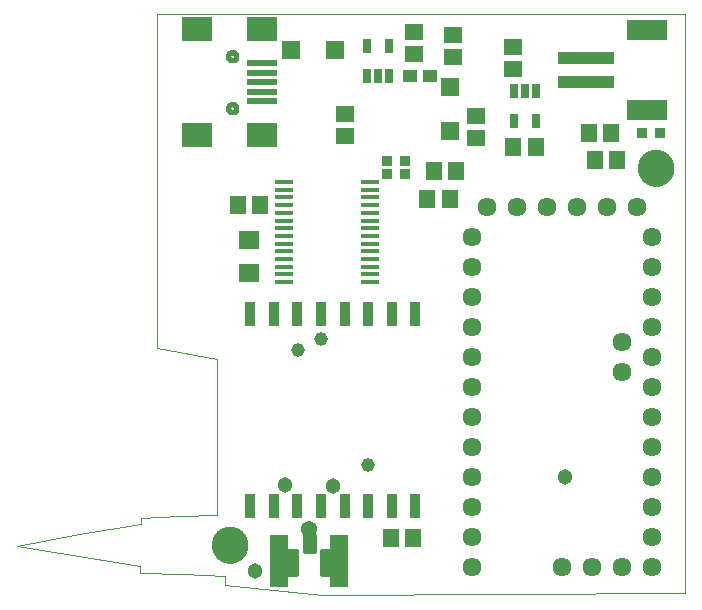
<source format=gts>
G75*
%MOIN*%
%OFA0B0*%
%FSLAX25Y25*%
%IPPOS*%
%LPD*%
%AMOC8*
5,1,8,0,0,1.08239X$1,22.5*
%
%ADD10C,0.00000*%
%ADD11C,0.12211*%
%ADD12R,0.05518X0.06306*%
%ADD13R,0.06306X0.05518*%
%ADD14R,0.06699X0.05912*%
%ADD15R,0.03550X0.03550*%
%ADD16C,0.06337*%
%ADD17R,0.05900X0.01770*%
%ADD18C,0.01614*%
%ADD19R,0.10243X0.02369*%
%ADD20R,0.10243X0.08274*%
%ADD21R,0.02565X0.05124*%
%ADD22R,0.18510X0.04337*%
%ADD23R,0.13786X0.06699*%
%ADD24R,0.05912X0.05912*%
%ADD25R,0.04731X0.04337*%
%ADD26C,0.00880*%
%ADD27C,0.05400*%
%ADD28R,0.06400X0.17400*%
%ADD29R,0.03550X0.08274*%
%ADD30C,0.05124*%
%ADD31C,0.04534*%
D10*
X0005457Y0022435D02*
X0026291Y0026394D01*
X0046791Y0030019D01*
X0046860Y0031852D01*
X0046930Y0032019D01*
X0059694Y0032505D01*
X0072124Y0032991D01*
X0072100Y0032985D02*
X0072125Y0058990D01*
X0072124Y0058963D02*
X0072124Y0084935D01*
X0052124Y0088685D01*
X0052124Y0199797D01*
X0228374Y0199797D01*
X0228374Y0006741D01*
X0167819Y0006394D01*
X0107263Y0006047D01*
X0074902Y0009419D01*
X0074902Y0012574D01*
X0060805Y0013130D01*
X0046707Y0013685D01*
X0046707Y0015908D01*
X0005457Y0022435D01*
X0070553Y0022850D02*
X0070555Y0023003D01*
X0070561Y0023157D01*
X0070571Y0023310D01*
X0070585Y0023462D01*
X0070603Y0023615D01*
X0070625Y0023766D01*
X0070650Y0023917D01*
X0070680Y0024068D01*
X0070714Y0024218D01*
X0070751Y0024366D01*
X0070792Y0024514D01*
X0070837Y0024660D01*
X0070886Y0024806D01*
X0070939Y0024950D01*
X0070995Y0025092D01*
X0071055Y0025233D01*
X0071119Y0025373D01*
X0071186Y0025511D01*
X0071257Y0025647D01*
X0071332Y0025781D01*
X0071409Y0025913D01*
X0071491Y0026043D01*
X0071575Y0026171D01*
X0071663Y0026297D01*
X0071754Y0026420D01*
X0071848Y0026541D01*
X0071946Y0026659D01*
X0072046Y0026775D01*
X0072150Y0026888D01*
X0072256Y0026999D01*
X0072365Y0027107D01*
X0072477Y0027212D01*
X0072591Y0027313D01*
X0072709Y0027412D01*
X0072828Y0027508D01*
X0072950Y0027601D01*
X0073075Y0027690D01*
X0073202Y0027777D01*
X0073331Y0027859D01*
X0073462Y0027939D01*
X0073595Y0028015D01*
X0073730Y0028088D01*
X0073867Y0028157D01*
X0074006Y0028222D01*
X0074146Y0028284D01*
X0074288Y0028342D01*
X0074431Y0028397D01*
X0074576Y0028448D01*
X0074722Y0028495D01*
X0074869Y0028538D01*
X0075017Y0028577D01*
X0075166Y0028613D01*
X0075316Y0028644D01*
X0075467Y0028672D01*
X0075618Y0028696D01*
X0075771Y0028716D01*
X0075923Y0028732D01*
X0076076Y0028744D01*
X0076229Y0028752D01*
X0076382Y0028756D01*
X0076536Y0028756D01*
X0076689Y0028752D01*
X0076842Y0028744D01*
X0076995Y0028732D01*
X0077147Y0028716D01*
X0077300Y0028696D01*
X0077451Y0028672D01*
X0077602Y0028644D01*
X0077752Y0028613D01*
X0077901Y0028577D01*
X0078049Y0028538D01*
X0078196Y0028495D01*
X0078342Y0028448D01*
X0078487Y0028397D01*
X0078630Y0028342D01*
X0078772Y0028284D01*
X0078912Y0028222D01*
X0079051Y0028157D01*
X0079188Y0028088D01*
X0079323Y0028015D01*
X0079456Y0027939D01*
X0079587Y0027859D01*
X0079716Y0027777D01*
X0079843Y0027690D01*
X0079968Y0027601D01*
X0080090Y0027508D01*
X0080209Y0027412D01*
X0080327Y0027313D01*
X0080441Y0027212D01*
X0080553Y0027107D01*
X0080662Y0026999D01*
X0080768Y0026888D01*
X0080872Y0026775D01*
X0080972Y0026659D01*
X0081070Y0026541D01*
X0081164Y0026420D01*
X0081255Y0026297D01*
X0081343Y0026171D01*
X0081427Y0026043D01*
X0081509Y0025913D01*
X0081586Y0025781D01*
X0081661Y0025647D01*
X0081732Y0025511D01*
X0081799Y0025373D01*
X0081863Y0025233D01*
X0081923Y0025092D01*
X0081979Y0024950D01*
X0082032Y0024806D01*
X0082081Y0024660D01*
X0082126Y0024514D01*
X0082167Y0024366D01*
X0082204Y0024218D01*
X0082238Y0024068D01*
X0082268Y0023917D01*
X0082293Y0023766D01*
X0082315Y0023615D01*
X0082333Y0023462D01*
X0082347Y0023310D01*
X0082357Y0023157D01*
X0082363Y0023003D01*
X0082365Y0022850D01*
X0082363Y0022697D01*
X0082357Y0022543D01*
X0082347Y0022390D01*
X0082333Y0022238D01*
X0082315Y0022085D01*
X0082293Y0021934D01*
X0082268Y0021783D01*
X0082238Y0021632D01*
X0082204Y0021482D01*
X0082167Y0021334D01*
X0082126Y0021186D01*
X0082081Y0021040D01*
X0082032Y0020894D01*
X0081979Y0020750D01*
X0081923Y0020608D01*
X0081863Y0020467D01*
X0081799Y0020327D01*
X0081732Y0020189D01*
X0081661Y0020053D01*
X0081586Y0019919D01*
X0081509Y0019787D01*
X0081427Y0019657D01*
X0081343Y0019529D01*
X0081255Y0019403D01*
X0081164Y0019280D01*
X0081070Y0019159D01*
X0080972Y0019041D01*
X0080872Y0018925D01*
X0080768Y0018812D01*
X0080662Y0018701D01*
X0080553Y0018593D01*
X0080441Y0018488D01*
X0080327Y0018387D01*
X0080209Y0018288D01*
X0080090Y0018192D01*
X0079968Y0018099D01*
X0079843Y0018010D01*
X0079716Y0017923D01*
X0079587Y0017841D01*
X0079456Y0017761D01*
X0079323Y0017685D01*
X0079188Y0017612D01*
X0079051Y0017543D01*
X0078912Y0017478D01*
X0078772Y0017416D01*
X0078630Y0017358D01*
X0078487Y0017303D01*
X0078342Y0017252D01*
X0078196Y0017205D01*
X0078049Y0017162D01*
X0077901Y0017123D01*
X0077752Y0017087D01*
X0077602Y0017056D01*
X0077451Y0017028D01*
X0077300Y0017004D01*
X0077147Y0016984D01*
X0076995Y0016968D01*
X0076842Y0016956D01*
X0076689Y0016948D01*
X0076536Y0016944D01*
X0076382Y0016944D01*
X0076229Y0016948D01*
X0076076Y0016956D01*
X0075923Y0016968D01*
X0075771Y0016984D01*
X0075618Y0017004D01*
X0075467Y0017028D01*
X0075316Y0017056D01*
X0075166Y0017087D01*
X0075017Y0017123D01*
X0074869Y0017162D01*
X0074722Y0017205D01*
X0074576Y0017252D01*
X0074431Y0017303D01*
X0074288Y0017358D01*
X0074146Y0017416D01*
X0074006Y0017478D01*
X0073867Y0017543D01*
X0073730Y0017612D01*
X0073595Y0017685D01*
X0073462Y0017761D01*
X0073331Y0017841D01*
X0073202Y0017923D01*
X0073075Y0018010D01*
X0072950Y0018099D01*
X0072828Y0018192D01*
X0072709Y0018288D01*
X0072591Y0018387D01*
X0072477Y0018488D01*
X0072365Y0018593D01*
X0072256Y0018701D01*
X0072150Y0018812D01*
X0072046Y0018925D01*
X0071946Y0019041D01*
X0071848Y0019159D01*
X0071754Y0019280D01*
X0071663Y0019403D01*
X0071575Y0019529D01*
X0071491Y0019657D01*
X0071409Y0019787D01*
X0071332Y0019919D01*
X0071257Y0020053D01*
X0071186Y0020189D01*
X0071119Y0020327D01*
X0071055Y0020467D01*
X0070995Y0020608D01*
X0070939Y0020750D01*
X0070886Y0020894D01*
X0070837Y0021040D01*
X0070792Y0021186D01*
X0070751Y0021334D01*
X0070714Y0021482D01*
X0070680Y0021632D01*
X0070650Y0021783D01*
X0070625Y0021934D01*
X0070603Y0022085D01*
X0070585Y0022238D01*
X0070571Y0022390D01*
X0070561Y0022543D01*
X0070555Y0022697D01*
X0070553Y0022850D01*
X0212539Y0148504D02*
X0212541Y0148657D01*
X0212547Y0148811D01*
X0212557Y0148964D01*
X0212571Y0149116D01*
X0212589Y0149269D01*
X0212611Y0149420D01*
X0212636Y0149571D01*
X0212666Y0149722D01*
X0212700Y0149872D01*
X0212737Y0150020D01*
X0212778Y0150168D01*
X0212823Y0150314D01*
X0212872Y0150460D01*
X0212925Y0150604D01*
X0212981Y0150746D01*
X0213041Y0150887D01*
X0213105Y0151027D01*
X0213172Y0151165D01*
X0213243Y0151301D01*
X0213318Y0151435D01*
X0213395Y0151567D01*
X0213477Y0151697D01*
X0213561Y0151825D01*
X0213649Y0151951D01*
X0213740Y0152074D01*
X0213834Y0152195D01*
X0213932Y0152313D01*
X0214032Y0152429D01*
X0214136Y0152542D01*
X0214242Y0152653D01*
X0214351Y0152761D01*
X0214463Y0152866D01*
X0214577Y0152967D01*
X0214695Y0153066D01*
X0214814Y0153162D01*
X0214936Y0153255D01*
X0215061Y0153344D01*
X0215188Y0153431D01*
X0215317Y0153513D01*
X0215448Y0153593D01*
X0215581Y0153669D01*
X0215716Y0153742D01*
X0215853Y0153811D01*
X0215992Y0153876D01*
X0216132Y0153938D01*
X0216274Y0153996D01*
X0216417Y0154051D01*
X0216562Y0154102D01*
X0216708Y0154149D01*
X0216855Y0154192D01*
X0217003Y0154231D01*
X0217152Y0154267D01*
X0217302Y0154298D01*
X0217453Y0154326D01*
X0217604Y0154350D01*
X0217757Y0154370D01*
X0217909Y0154386D01*
X0218062Y0154398D01*
X0218215Y0154406D01*
X0218368Y0154410D01*
X0218522Y0154410D01*
X0218675Y0154406D01*
X0218828Y0154398D01*
X0218981Y0154386D01*
X0219133Y0154370D01*
X0219286Y0154350D01*
X0219437Y0154326D01*
X0219588Y0154298D01*
X0219738Y0154267D01*
X0219887Y0154231D01*
X0220035Y0154192D01*
X0220182Y0154149D01*
X0220328Y0154102D01*
X0220473Y0154051D01*
X0220616Y0153996D01*
X0220758Y0153938D01*
X0220898Y0153876D01*
X0221037Y0153811D01*
X0221174Y0153742D01*
X0221309Y0153669D01*
X0221442Y0153593D01*
X0221573Y0153513D01*
X0221702Y0153431D01*
X0221829Y0153344D01*
X0221954Y0153255D01*
X0222076Y0153162D01*
X0222195Y0153066D01*
X0222313Y0152967D01*
X0222427Y0152866D01*
X0222539Y0152761D01*
X0222648Y0152653D01*
X0222754Y0152542D01*
X0222858Y0152429D01*
X0222958Y0152313D01*
X0223056Y0152195D01*
X0223150Y0152074D01*
X0223241Y0151951D01*
X0223329Y0151825D01*
X0223413Y0151697D01*
X0223495Y0151567D01*
X0223572Y0151435D01*
X0223647Y0151301D01*
X0223718Y0151165D01*
X0223785Y0151027D01*
X0223849Y0150887D01*
X0223909Y0150746D01*
X0223965Y0150604D01*
X0224018Y0150460D01*
X0224067Y0150314D01*
X0224112Y0150168D01*
X0224153Y0150020D01*
X0224190Y0149872D01*
X0224224Y0149722D01*
X0224254Y0149571D01*
X0224279Y0149420D01*
X0224301Y0149269D01*
X0224319Y0149116D01*
X0224333Y0148964D01*
X0224343Y0148811D01*
X0224349Y0148657D01*
X0224351Y0148504D01*
X0224349Y0148351D01*
X0224343Y0148197D01*
X0224333Y0148044D01*
X0224319Y0147892D01*
X0224301Y0147739D01*
X0224279Y0147588D01*
X0224254Y0147437D01*
X0224224Y0147286D01*
X0224190Y0147136D01*
X0224153Y0146988D01*
X0224112Y0146840D01*
X0224067Y0146694D01*
X0224018Y0146548D01*
X0223965Y0146404D01*
X0223909Y0146262D01*
X0223849Y0146121D01*
X0223785Y0145981D01*
X0223718Y0145843D01*
X0223647Y0145707D01*
X0223572Y0145573D01*
X0223495Y0145441D01*
X0223413Y0145311D01*
X0223329Y0145183D01*
X0223241Y0145057D01*
X0223150Y0144934D01*
X0223056Y0144813D01*
X0222958Y0144695D01*
X0222858Y0144579D01*
X0222754Y0144466D01*
X0222648Y0144355D01*
X0222539Y0144247D01*
X0222427Y0144142D01*
X0222313Y0144041D01*
X0222195Y0143942D01*
X0222076Y0143846D01*
X0221954Y0143753D01*
X0221829Y0143664D01*
X0221702Y0143577D01*
X0221573Y0143495D01*
X0221442Y0143415D01*
X0221309Y0143339D01*
X0221174Y0143266D01*
X0221037Y0143197D01*
X0220898Y0143132D01*
X0220758Y0143070D01*
X0220616Y0143012D01*
X0220473Y0142957D01*
X0220328Y0142906D01*
X0220182Y0142859D01*
X0220035Y0142816D01*
X0219887Y0142777D01*
X0219738Y0142741D01*
X0219588Y0142710D01*
X0219437Y0142682D01*
X0219286Y0142658D01*
X0219133Y0142638D01*
X0218981Y0142622D01*
X0218828Y0142610D01*
X0218675Y0142602D01*
X0218522Y0142598D01*
X0218368Y0142598D01*
X0218215Y0142602D01*
X0218062Y0142610D01*
X0217909Y0142622D01*
X0217757Y0142638D01*
X0217604Y0142658D01*
X0217453Y0142682D01*
X0217302Y0142710D01*
X0217152Y0142741D01*
X0217003Y0142777D01*
X0216855Y0142816D01*
X0216708Y0142859D01*
X0216562Y0142906D01*
X0216417Y0142957D01*
X0216274Y0143012D01*
X0216132Y0143070D01*
X0215992Y0143132D01*
X0215853Y0143197D01*
X0215716Y0143266D01*
X0215581Y0143339D01*
X0215448Y0143415D01*
X0215317Y0143495D01*
X0215188Y0143577D01*
X0215061Y0143664D01*
X0214936Y0143753D01*
X0214814Y0143846D01*
X0214695Y0143942D01*
X0214577Y0144041D01*
X0214463Y0144142D01*
X0214351Y0144247D01*
X0214242Y0144355D01*
X0214136Y0144466D01*
X0214032Y0144579D01*
X0213932Y0144695D01*
X0213834Y0144813D01*
X0213740Y0144934D01*
X0213649Y0145057D01*
X0213561Y0145183D01*
X0213477Y0145311D01*
X0213395Y0145441D01*
X0213318Y0145573D01*
X0213243Y0145707D01*
X0213172Y0145843D01*
X0213105Y0145981D01*
X0213041Y0146121D01*
X0212981Y0146262D01*
X0212925Y0146404D01*
X0212872Y0146548D01*
X0212823Y0146694D01*
X0212778Y0146840D01*
X0212737Y0146988D01*
X0212700Y0147136D01*
X0212666Y0147286D01*
X0212636Y0147437D01*
X0212611Y0147588D01*
X0212589Y0147739D01*
X0212571Y0147892D01*
X0212557Y0148044D01*
X0212547Y0148197D01*
X0212541Y0148351D01*
X0212539Y0148504D01*
D11*
X0218445Y0148504D03*
X0076459Y0022850D03*
D12*
X0130060Y0025185D03*
X0137540Y0025185D03*
X0086540Y0136185D03*
X0079060Y0136185D03*
X0142237Y0138356D03*
X0149718Y0138356D03*
X0151917Y0147568D03*
X0144437Y0147568D03*
X0170960Y0155419D03*
X0178440Y0155419D03*
X0196060Y0160185D03*
X0203540Y0160185D03*
X0205540Y0151185D03*
X0198060Y0151185D03*
D13*
X0170800Y0181445D03*
X0170800Y0188926D03*
X0150800Y0185445D03*
X0150800Y0192926D03*
X0137800Y0193926D03*
X0137800Y0186445D03*
X0158485Y0165926D03*
X0158485Y0158445D03*
X0114994Y0159113D03*
X0114994Y0166593D03*
D14*
X0082800Y0124697D03*
X0082800Y0113674D03*
D15*
X0129047Y0146585D03*
X0128847Y0150985D03*
X0134753Y0150985D03*
X0134953Y0146585D03*
X0213847Y0160185D03*
X0219753Y0160185D03*
D16*
X0212349Y0135500D03*
X0202349Y0135500D03*
X0192349Y0135500D03*
X0182349Y0135500D03*
X0172349Y0135500D03*
X0162349Y0135500D03*
X0157349Y0125500D03*
X0157349Y0115500D03*
X0157349Y0105500D03*
X0157349Y0095500D03*
X0157349Y0085500D03*
X0157349Y0075500D03*
X0157349Y0065500D03*
X0157349Y0055500D03*
X0157349Y0045500D03*
X0157349Y0035500D03*
X0157349Y0025500D03*
X0157349Y0015500D03*
X0187349Y0015500D03*
X0197349Y0015500D03*
X0207349Y0015500D03*
X0217349Y0015500D03*
X0217349Y0025500D03*
X0217349Y0035500D03*
X0217349Y0045500D03*
X0217349Y0055500D03*
X0217349Y0065500D03*
X0217349Y0075500D03*
X0207349Y0080500D03*
X0207349Y0090500D03*
X0217349Y0085500D03*
X0217349Y0095500D03*
X0217349Y0105500D03*
X0217349Y0115500D03*
X0217349Y0125500D03*
D17*
X0123194Y0125906D03*
X0123194Y0128465D03*
X0123194Y0131024D03*
X0123194Y0133583D03*
X0123194Y0136142D03*
X0123194Y0138701D03*
X0123194Y0141260D03*
X0123194Y0143819D03*
X0123194Y0123347D03*
X0123194Y0120788D03*
X0123194Y0118229D03*
X0123194Y0115670D03*
X0123194Y0113111D03*
X0123194Y0110552D03*
X0094406Y0110552D03*
X0094406Y0113111D03*
X0094406Y0115670D03*
X0094406Y0118229D03*
X0094406Y0120788D03*
X0094406Y0123347D03*
X0094406Y0125906D03*
X0094406Y0128465D03*
X0094406Y0131024D03*
X0094406Y0133583D03*
X0094406Y0136142D03*
X0094406Y0138701D03*
X0094406Y0141260D03*
X0094406Y0143819D03*
D18*
X0075893Y0168432D02*
X0075895Y0168506D01*
X0075901Y0168580D01*
X0075911Y0168653D01*
X0075925Y0168726D01*
X0075942Y0168798D01*
X0075964Y0168868D01*
X0075989Y0168938D01*
X0076018Y0169006D01*
X0076051Y0169072D01*
X0076087Y0169137D01*
X0076127Y0169199D01*
X0076169Y0169260D01*
X0076215Y0169318D01*
X0076264Y0169373D01*
X0076316Y0169426D01*
X0076371Y0169476D01*
X0076428Y0169522D01*
X0076488Y0169566D01*
X0076550Y0169606D01*
X0076614Y0169643D01*
X0076680Y0169677D01*
X0076748Y0169707D01*
X0076817Y0169733D01*
X0076888Y0169756D01*
X0076959Y0169774D01*
X0077032Y0169789D01*
X0077105Y0169800D01*
X0077179Y0169807D01*
X0077253Y0169810D01*
X0077326Y0169809D01*
X0077400Y0169804D01*
X0077474Y0169795D01*
X0077547Y0169782D01*
X0077619Y0169765D01*
X0077690Y0169745D01*
X0077760Y0169720D01*
X0077828Y0169692D01*
X0077895Y0169661D01*
X0077960Y0169625D01*
X0078023Y0169587D01*
X0078084Y0169545D01*
X0078143Y0169499D01*
X0078199Y0169451D01*
X0078252Y0169400D01*
X0078302Y0169346D01*
X0078350Y0169289D01*
X0078394Y0169230D01*
X0078436Y0169168D01*
X0078474Y0169105D01*
X0078508Y0169039D01*
X0078539Y0168972D01*
X0078566Y0168903D01*
X0078589Y0168833D01*
X0078609Y0168762D01*
X0078625Y0168689D01*
X0078637Y0168616D01*
X0078645Y0168543D01*
X0078649Y0168469D01*
X0078649Y0168395D01*
X0078645Y0168321D01*
X0078637Y0168248D01*
X0078625Y0168175D01*
X0078609Y0168102D01*
X0078589Y0168031D01*
X0078566Y0167961D01*
X0078539Y0167892D01*
X0078508Y0167825D01*
X0078474Y0167759D01*
X0078436Y0167696D01*
X0078394Y0167634D01*
X0078350Y0167575D01*
X0078302Y0167518D01*
X0078252Y0167464D01*
X0078199Y0167413D01*
X0078143Y0167365D01*
X0078084Y0167319D01*
X0078023Y0167277D01*
X0077960Y0167239D01*
X0077895Y0167203D01*
X0077828Y0167172D01*
X0077760Y0167144D01*
X0077690Y0167119D01*
X0077619Y0167099D01*
X0077547Y0167082D01*
X0077474Y0167069D01*
X0077400Y0167060D01*
X0077326Y0167055D01*
X0077253Y0167054D01*
X0077179Y0167057D01*
X0077105Y0167064D01*
X0077032Y0167075D01*
X0076959Y0167090D01*
X0076888Y0167108D01*
X0076817Y0167131D01*
X0076748Y0167157D01*
X0076680Y0167187D01*
X0076614Y0167221D01*
X0076550Y0167258D01*
X0076488Y0167298D01*
X0076428Y0167342D01*
X0076371Y0167388D01*
X0076316Y0167438D01*
X0076264Y0167491D01*
X0076215Y0167546D01*
X0076169Y0167604D01*
X0076127Y0167665D01*
X0076087Y0167727D01*
X0076051Y0167792D01*
X0076018Y0167858D01*
X0075989Y0167926D01*
X0075964Y0167996D01*
X0075942Y0168066D01*
X0075925Y0168138D01*
X0075911Y0168211D01*
X0075901Y0168284D01*
X0075895Y0168358D01*
X0075893Y0168432D01*
X0075893Y0185755D02*
X0075895Y0185829D01*
X0075901Y0185903D01*
X0075911Y0185976D01*
X0075925Y0186049D01*
X0075942Y0186121D01*
X0075964Y0186191D01*
X0075989Y0186261D01*
X0076018Y0186329D01*
X0076051Y0186395D01*
X0076087Y0186460D01*
X0076127Y0186522D01*
X0076169Y0186583D01*
X0076215Y0186641D01*
X0076264Y0186696D01*
X0076316Y0186749D01*
X0076371Y0186799D01*
X0076428Y0186845D01*
X0076488Y0186889D01*
X0076550Y0186929D01*
X0076614Y0186966D01*
X0076680Y0187000D01*
X0076748Y0187030D01*
X0076817Y0187056D01*
X0076888Y0187079D01*
X0076959Y0187097D01*
X0077032Y0187112D01*
X0077105Y0187123D01*
X0077179Y0187130D01*
X0077253Y0187133D01*
X0077326Y0187132D01*
X0077400Y0187127D01*
X0077474Y0187118D01*
X0077547Y0187105D01*
X0077619Y0187088D01*
X0077690Y0187068D01*
X0077760Y0187043D01*
X0077828Y0187015D01*
X0077895Y0186984D01*
X0077960Y0186948D01*
X0078023Y0186910D01*
X0078084Y0186868D01*
X0078143Y0186822D01*
X0078199Y0186774D01*
X0078252Y0186723D01*
X0078302Y0186669D01*
X0078350Y0186612D01*
X0078394Y0186553D01*
X0078436Y0186491D01*
X0078474Y0186428D01*
X0078508Y0186362D01*
X0078539Y0186295D01*
X0078566Y0186226D01*
X0078589Y0186156D01*
X0078609Y0186085D01*
X0078625Y0186012D01*
X0078637Y0185939D01*
X0078645Y0185866D01*
X0078649Y0185792D01*
X0078649Y0185718D01*
X0078645Y0185644D01*
X0078637Y0185571D01*
X0078625Y0185498D01*
X0078609Y0185425D01*
X0078589Y0185354D01*
X0078566Y0185284D01*
X0078539Y0185215D01*
X0078508Y0185148D01*
X0078474Y0185082D01*
X0078436Y0185019D01*
X0078394Y0184957D01*
X0078350Y0184898D01*
X0078302Y0184841D01*
X0078252Y0184787D01*
X0078199Y0184736D01*
X0078143Y0184688D01*
X0078084Y0184642D01*
X0078023Y0184600D01*
X0077960Y0184562D01*
X0077895Y0184526D01*
X0077828Y0184495D01*
X0077760Y0184467D01*
X0077690Y0184442D01*
X0077619Y0184422D01*
X0077547Y0184405D01*
X0077474Y0184392D01*
X0077400Y0184383D01*
X0077326Y0184378D01*
X0077253Y0184377D01*
X0077179Y0184380D01*
X0077105Y0184387D01*
X0077032Y0184398D01*
X0076959Y0184413D01*
X0076888Y0184431D01*
X0076817Y0184454D01*
X0076748Y0184480D01*
X0076680Y0184510D01*
X0076614Y0184544D01*
X0076550Y0184581D01*
X0076488Y0184621D01*
X0076428Y0184665D01*
X0076371Y0184711D01*
X0076316Y0184761D01*
X0076264Y0184814D01*
X0076215Y0184869D01*
X0076169Y0184927D01*
X0076127Y0184988D01*
X0076087Y0185050D01*
X0076051Y0185115D01*
X0076018Y0185181D01*
X0075989Y0185249D01*
X0075964Y0185319D01*
X0075942Y0185389D01*
X0075925Y0185461D01*
X0075911Y0185534D01*
X0075901Y0185607D01*
X0075895Y0185681D01*
X0075893Y0185755D01*
D19*
X0087113Y0183393D03*
X0087113Y0180243D03*
X0087113Y0177094D03*
X0087113Y0173944D03*
X0087113Y0170795D03*
D20*
X0087113Y0159377D03*
X0065460Y0159377D03*
X0065460Y0194810D03*
X0087113Y0194810D03*
D21*
X0122060Y0189304D03*
X0129540Y0189304D03*
X0129540Y0179067D03*
X0125800Y0179067D03*
X0122060Y0179067D03*
X0171060Y0174304D03*
X0174800Y0174304D03*
X0178540Y0174304D03*
X0178540Y0164067D03*
X0171060Y0164067D03*
D22*
X0195233Y0177248D03*
X0195233Y0185122D03*
D23*
X0215706Y0194571D03*
X0215706Y0167800D03*
D24*
X0149800Y0160902D03*
X0149800Y0175469D03*
X0111437Y0187889D03*
X0096870Y0187889D03*
D25*
X0136454Y0179185D03*
X0143146Y0179185D03*
D26*
X0104761Y0026208D02*
X0104761Y0020688D01*
X0101241Y0020688D01*
X0101241Y0026208D01*
X0104761Y0026208D01*
X0104761Y0021567D02*
X0101241Y0021567D01*
X0101241Y0022446D02*
X0104761Y0022446D01*
X0104761Y0023325D02*
X0101241Y0023325D01*
X0101241Y0024204D02*
X0104761Y0024204D01*
X0104761Y0025083D02*
X0101241Y0025083D01*
X0101241Y0025962D02*
X0104761Y0025962D01*
X0110549Y0021159D02*
X0110549Y0012979D01*
X0107029Y0012979D01*
X0107029Y0021159D01*
X0110549Y0021159D01*
X0110549Y0013858D02*
X0107029Y0013858D01*
X0107029Y0014737D02*
X0110549Y0014737D01*
X0110549Y0015616D02*
X0107029Y0015616D01*
X0107029Y0016495D02*
X0110549Y0016495D01*
X0110549Y0017374D02*
X0107029Y0017374D01*
X0107029Y0018253D02*
X0110549Y0018253D01*
X0110549Y0019132D02*
X0107029Y0019132D01*
X0107029Y0020011D02*
X0110549Y0020011D01*
X0110549Y0020890D02*
X0107029Y0020890D01*
X0098972Y0021159D02*
X0098972Y0012979D01*
X0095452Y0012979D01*
X0095452Y0021159D01*
X0098972Y0021159D01*
X0098972Y0013858D02*
X0095452Y0013858D01*
X0095452Y0014737D02*
X0098972Y0014737D01*
X0098972Y0015616D02*
X0095452Y0015616D01*
X0095452Y0016495D02*
X0098972Y0016495D01*
X0098972Y0017374D02*
X0095452Y0017374D01*
X0095452Y0018253D02*
X0098972Y0018253D01*
X0098972Y0019132D02*
X0095452Y0019132D01*
X0095452Y0020011D02*
X0098972Y0020011D01*
X0098972Y0020890D02*
X0095452Y0020890D01*
D27*
X0103001Y0028319D03*
D28*
X0113001Y0017569D03*
X0093001Y0017569D03*
D29*
X0091104Y0035956D03*
X0098978Y0035956D03*
X0106852Y0035956D03*
X0114726Y0035956D03*
X0122600Y0035956D03*
X0130474Y0035956D03*
X0138348Y0035956D03*
X0083230Y0035956D03*
X0083230Y0099735D03*
X0091104Y0099735D03*
X0098978Y0099735D03*
X0106852Y0099735D03*
X0114726Y0099735D03*
X0122600Y0099735D03*
X0130474Y0099735D03*
X0138348Y0099735D03*
D30*
X0188054Y0045575D03*
X0110988Y0042527D03*
X0094819Y0042860D03*
X0084983Y0014355D03*
D31*
X0122600Y0049688D03*
X0099124Y0087843D03*
X0106790Y0091510D03*
M02*

</source>
